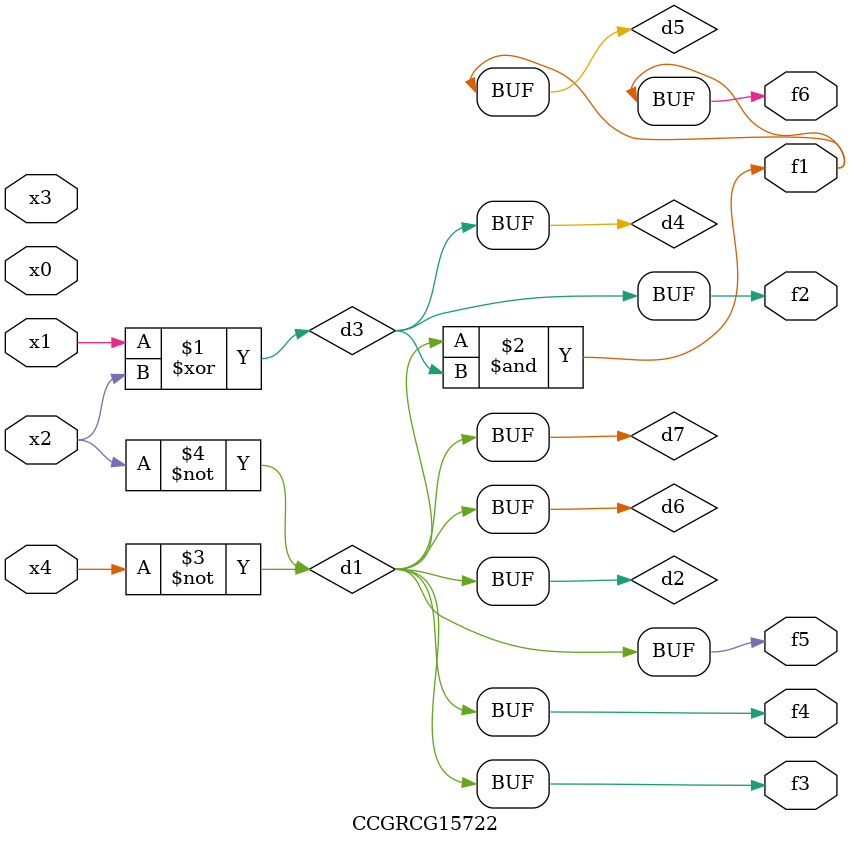
<source format=v>
module CCGRCG15722(
	input x0, x1, x2, x3, x4,
	output f1, f2, f3, f4, f5, f6
);

	wire d1, d2, d3, d4, d5, d6, d7;

	not (d1, x4);
	not (d2, x2);
	xor (d3, x1, x2);
	buf (d4, d3);
	and (d5, d1, d3);
	buf (d6, d1, d2);
	buf (d7, d2);
	assign f1 = d5;
	assign f2 = d4;
	assign f3 = d7;
	assign f4 = d7;
	assign f5 = d7;
	assign f6 = d5;
endmodule

</source>
